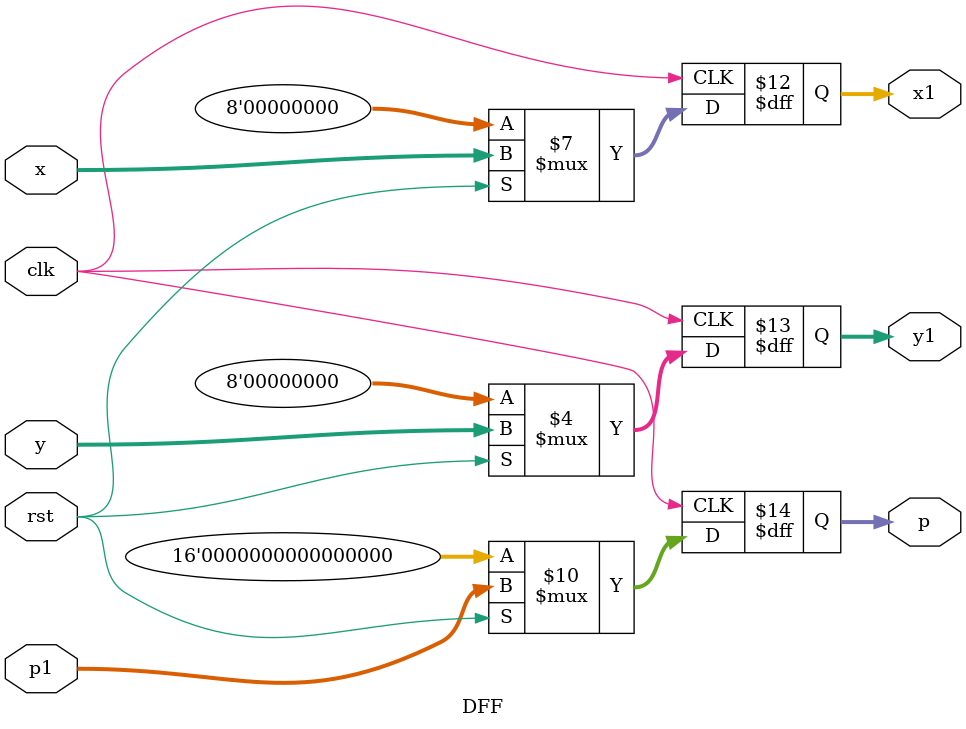
<source format=v>

module DFF (
    input wire clk, 
    input wire rst, 
    input wire [7:0] x, 
    input wire [7:0] y, 
    input wire [15:0] p1, 
    output reg [7:0] x1,
    output reg [7:0] y1,
    output reg [15:0] p
    );

    always@(posedge clk)begin
        if(!rst)begin
            p<=16'b0;
            x1<=8'b0;
            y1<=8'b0;
        end
        else begin
            p<=p1;
            x1<=x;
            y1<=y;
        end
    end

endmodule
</source>
